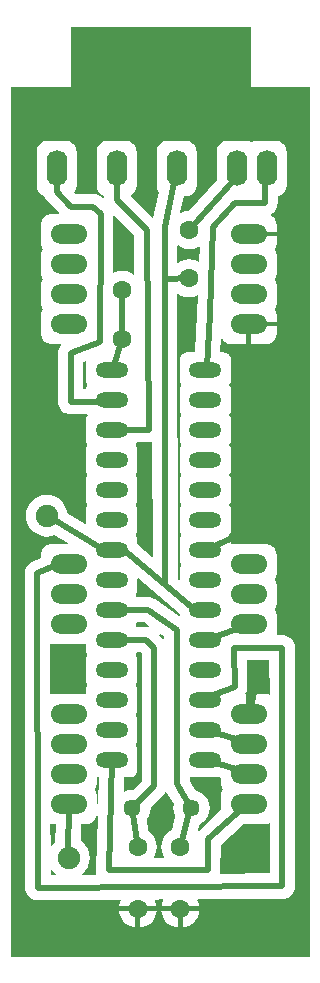
<source format=gbl>
%FSLAX33Y33*%
%MOMM*%
%AMRR-H1744980-W3048000-R872490-RO1.500*
21,1,1.30302,1.74498,0.,0.,90*
1,1,1.74498,-0.,-0.65151*
1,1,1.74498,-0.,0.65151*
1,1,1.74498,0.,0.65151*
1,1,1.74498,0.,-0.65151*%
%AMRR-H1350000-W2700000-R675000-RO0.000*
21,1,1.35,1.35,0.,0.,360*
1,1,1.35,-0.675,0.*
1,1,1.35,0.675,0.*
1,1,1.35,0.675,-0.*
1,1,1.35,-0.675,0.*%
%AMRR-H1744980-W3048000-R872490-RO1.000*
21,1,1.30302,1.74498,0.,0.,180*
1,1,1.74498,0.65151,-0.*
1,1,1.74498,-0.65151,-0.*
1,1,1.74498,-0.65151,0.*
1,1,1.74498,0.65151,0.*%
%AMRR-H1714500-W3048000-R857250-RO1.000*
21,1,1.3335,1.7145,0.,0.,180*
1,1,1.7145,0.66675,-0.*
1,1,1.7145,-0.66675,-0.*
1,1,1.7145,-0.66675,0.*
1,1,1.7145,0.66675,0.*%
%ADD10C,0.508*%
%ADD11C,1.905*%
%ADD12C,2.54*%
%ADD13C,1.349756*%
%ADD14C,1.6*%
%ADD15C,1.6*%
%ADD16RR-H1744980-W3048000-R872490-RO1.500*%
%ADD17RR-H1350000-W2700000-R675000-RO0.000*%
%ADD18C,1.45*%
%ADD19RR-H1744980-W3048000-R872490-RO1.000*%
%ADD20RR-H1714500-W3048000-R857250-RO1.000*%
D10*
%LNpour fill*%
G36*
G01*
X25325Y68580D02*
X20320Y68580D01*
X20320Y73660D01*
X5080Y73660D01*
X5080Y68580D01*
X0Y68580D01*
X0Y27358D01*
X1187Y27358D01*
X1193Y27422D01*
X1195Y27485D01*
X1201Y27515D01*
X1203Y27545D01*
X1220Y27606D01*
X1233Y27668D01*
X1244Y27696D01*
X1251Y27725D01*
X1278Y27783D01*
X1302Y27842D01*
X1317Y27868D01*
X1330Y27895D01*
X1367Y27947D01*
X1400Y28001D01*
X1420Y28024D01*
X1437Y28049D01*
X1482Y28094D01*
X1524Y28141D01*
X1548Y28160D01*
X1569Y28181D01*
X1621Y28218D01*
X1671Y28257D01*
X1698Y28271D01*
X1722Y28289D01*
X1780Y28316D01*
X1836Y28346D01*
X2584Y28669D01*
X2584Y28975D01*
X2595Y29111D01*
X2627Y29244D01*
X2680Y29371D01*
X2751Y29487D01*
X2840Y29591D01*
X2944Y29680D01*
X3061Y29752D01*
X3187Y29804D01*
X3320Y29836D01*
X3457Y29847D01*
X4813Y29847D01*
X4838Y29940D01*
X3704Y30622D01*
X3442Y30531D01*
X3048Y30486D01*
X2654Y30531D01*
X2279Y30662D01*
X1943Y30873D01*
X1663Y31153D01*
X1452Y31489D01*
X1321Y31864D01*
X1276Y32258D01*
X1321Y32652D01*
X1452Y33027D01*
X1663Y33363D01*
X1943Y33643D01*
X2279Y33854D01*
X2654Y33985D01*
X3048Y34030D01*
X3442Y33985D01*
X3817Y33854D01*
X4153Y33643D01*
X4433Y33363D01*
X4644Y33027D01*
X4775Y32652D01*
X4796Y32470D01*
X6313Y31558D01*
X6378Y31594D01*
X6378Y32722D01*
X6386Y32827D01*
X6411Y32930D01*
X6452Y33028D01*
X6507Y33118D01*
X6553Y33172D01*
X6507Y33226D01*
X6452Y33317D01*
X6411Y33415D01*
X6386Y33518D01*
X6378Y33623D01*
X6378Y35262D01*
X6386Y35367D01*
X6411Y35470D01*
X6452Y35568D01*
X6507Y35658D01*
X6553Y35712D01*
X6507Y35766D01*
X6452Y35857D01*
X6411Y35955D01*
X6386Y36058D01*
X6378Y36163D01*
X6378Y37802D01*
X6386Y37907D01*
X6411Y38010D01*
X6452Y38108D01*
X6507Y38198D01*
X6553Y38252D01*
X6507Y38306D01*
X6452Y38397D01*
X6411Y38495D01*
X6386Y38598D01*
X6378Y38703D01*
X6378Y40342D01*
X6386Y40447D01*
X6411Y40550D01*
X6452Y40648D01*
X6527Y40772D01*
X6491Y40837D01*
X5080Y40837D01*
X5080Y40837D01*
X4894Y40853D01*
X4713Y40902D01*
X4543Y40981D01*
X4390Y41088D01*
X4258Y41220D01*
X4151Y41373D01*
X4072Y41543D01*
X4023Y41724D01*
X4007Y41910D01*
X4007Y46025D01*
X4014Y46111D01*
X4021Y46198D01*
X4023Y46204D01*
X4023Y46211D01*
X4046Y46295D01*
X4067Y46379D01*
X4070Y46385D01*
X4072Y46392D01*
X4108Y46470D01*
X4144Y46550D01*
X4148Y46555D01*
X4151Y46561D01*
X4200Y46632D01*
X4268Y46731D01*
X4232Y46799D01*
X3442Y46799D01*
X3308Y46810D01*
X3177Y46841D01*
X3053Y46892D01*
X2938Y46963D01*
X2836Y47050D01*
X2748Y47152D01*
X2678Y47267D01*
X2626Y47391D01*
X2595Y47522D01*
X2584Y47656D01*
X2584Y49295D01*
X2595Y49429D01*
X2626Y49559D01*
X2678Y49684D01*
X2714Y49743D01*
X2680Y49800D01*
X2627Y49927D01*
X2595Y50060D01*
X2584Y50196D01*
X2584Y51835D01*
X2595Y51971D01*
X2627Y52104D01*
X2680Y52231D01*
X2713Y52285D01*
X2680Y52340D01*
X2627Y52467D01*
X2595Y52600D01*
X2584Y52736D01*
X2584Y54375D01*
X2595Y54511D01*
X2627Y54644D01*
X2680Y54771D01*
X2713Y54825D01*
X2680Y54880D01*
X2627Y55007D01*
X2595Y55140D01*
X2584Y55276D01*
X2584Y56915D01*
X2595Y57051D01*
X2627Y57184D01*
X2680Y57311D01*
X2751Y57427D01*
X2840Y57531D01*
X2944Y57620D01*
X3061Y57692D01*
X3187Y57744D01*
X3320Y57776D01*
X3457Y57787D01*
X4084Y57787D01*
X4117Y57865D01*
X3127Y58855D01*
X3097Y58891D01*
X3064Y58924D01*
X3037Y58962D01*
X3007Y58998D01*
X2984Y59039D01*
X2957Y59077D01*
X2937Y59120D01*
X2914Y59160D01*
X2898Y59204D01*
X2878Y59247D01*
X2866Y59292D01*
X2851Y59333D01*
X2797Y59345D01*
X2671Y59398D01*
X2554Y59469D01*
X2450Y59558D01*
X2361Y59662D01*
X2290Y59779D01*
X2237Y59906D01*
X2205Y60039D01*
X2195Y60175D01*
X2195Y63116D01*
X2205Y63253D01*
X2237Y63386D01*
X2290Y63513D01*
X2361Y63629D01*
X2450Y63733D01*
X2554Y63822D01*
X2671Y63894D01*
X2797Y63946D01*
X2931Y63978D01*
X3067Y63989D01*
X4705Y63989D01*
X4842Y63978D01*
X4975Y63946D01*
X5101Y63894D01*
X5218Y63822D01*
X5322Y63733D01*
X5411Y63629D01*
X5483Y63513D01*
X5535Y63386D01*
X5567Y63253D01*
X5578Y63116D01*
X5578Y60175D01*
X5567Y60039D01*
X5535Y59906D01*
X5483Y59779D01*
X5390Y59628D01*
X5525Y59493D01*
X7010Y59493D01*
X7057Y59489D01*
X7104Y59489D01*
X7150Y59481D01*
X7197Y59477D01*
X7242Y59465D01*
X7288Y59457D01*
X7332Y59441D01*
X7377Y59428D01*
X7420Y59409D01*
X7464Y59393D01*
X7505Y59369D01*
X7547Y59349D01*
X7585Y59323D01*
X7626Y59299D01*
X7662Y59269D01*
X7700Y59242D01*
X7733Y59209D01*
X7769Y59179D01*
X7815Y59133D01*
X7893Y59166D01*
X7893Y59339D01*
X7751Y59398D01*
X7634Y59469D01*
X7530Y59558D01*
X7441Y59662D01*
X7370Y59779D01*
X7317Y59906D01*
X7285Y60039D01*
X7275Y60175D01*
X7275Y63116D01*
X7285Y63253D01*
X7317Y63386D01*
X7370Y63513D01*
X7441Y63629D01*
X7530Y63733D01*
X7634Y63822D01*
X7751Y63894D01*
X7877Y63946D01*
X8011Y63978D01*
X8147Y63989D01*
X9785Y63989D01*
X9922Y63978D01*
X10055Y63946D01*
X10181Y63894D01*
X10298Y63822D01*
X10402Y63733D01*
X10491Y63629D01*
X10563Y63513D01*
X10615Y63386D01*
X10647Y63253D01*
X10658Y63116D01*
X10658Y60175D01*
X10647Y60039D01*
X10615Y59906D01*
X10563Y59779D01*
X10491Y59662D01*
X10402Y59558D01*
X10298Y59469D01*
X10115Y59357D01*
X12016Y57456D01*
X12089Y57478D01*
X12535Y59639D01*
X12450Y59779D01*
X12397Y59906D01*
X12365Y60039D01*
X12355Y60175D01*
X12355Y63116D01*
X12365Y63253D01*
X12397Y63386D01*
X12450Y63513D01*
X12521Y63629D01*
X12610Y63733D01*
X12714Y63822D01*
X12831Y63894D01*
X12957Y63946D01*
X13091Y63978D01*
X13227Y63989D01*
X14865Y63989D01*
X15002Y63978D01*
X15135Y63946D01*
X15261Y63894D01*
X15378Y63822D01*
X15482Y63733D01*
X15571Y63629D01*
X15643Y63513D01*
X15695Y63386D01*
X15727Y63253D01*
X15738Y63116D01*
X15738Y60175D01*
X15727Y60039D01*
X15695Y59906D01*
X15643Y59779D01*
X15571Y59662D01*
X15482Y59558D01*
X15378Y59469D01*
X15261Y59398D01*
X15135Y59345D01*
X15002Y59313D01*
X14865Y59303D01*
X14658Y59303D01*
X14380Y57960D01*
X14436Y57912D01*
X14765Y58027D01*
X15078Y58062D01*
X17435Y60663D01*
X17435Y63116D01*
X17445Y63253D01*
X17477Y63386D01*
X17530Y63513D01*
X17601Y63629D01*
X17690Y63733D01*
X17794Y63822D01*
X17911Y63894D01*
X18037Y63946D01*
X18171Y63978D01*
X18307Y63989D01*
X19945Y63989D01*
X20082Y63978D01*
X20215Y63946D01*
X20341Y63894D01*
X20396Y63860D01*
X20451Y63894D01*
X20577Y63946D01*
X20711Y63978D01*
X20847Y63989D01*
X22485Y63989D01*
X22622Y63978D01*
X22755Y63946D01*
X22881Y63894D01*
X22998Y63822D01*
X23102Y63733D01*
X23191Y63629D01*
X23263Y63513D01*
X23315Y63386D01*
X23347Y63253D01*
X23358Y63116D01*
X23358Y60175D01*
X23347Y60039D01*
X23315Y59906D01*
X23263Y59779D01*
X23191Y59662D01*
X23102Y59558D01*
X22998Y59469D01*
X22881Y59398D01*
X22755Y59345D01*
X22596Y59307D01*
X22596Y58713D01*
X22596Y58713D01*
X22580Y58527D01*
X22531Y58346D01*
X22452Y58176D01*
X22345Y58023D01*
X22212Y57891D01*
X21978Y57727D01*
X22151Y57620D01*
X22255Y57531D01*
X22344Y57427D01*
X22416Y57311D01*
X22468Y57184D01*
X22500Y57051D01*
X22511Y56915D01*
X22511Y56295D01*
X19963Y56295D01*
X19963Y55895D01*
X22511Y55895D01*
X22511Y55276D01*
X22500Y55140D01*
X22468Y55007D01*
X22416Y54880D01*
X22382Y54825D01*
X22416Y54771D01*
X22468Y54644D01*
X22500Y54511D01*
X22511Y54375D01*
X22511Y52736D01*
X22500Y52600D01*
X22468Y52467D01*
X22416Y52340D01*
X22381Y52283D01*
X22417Y52224D01*
X22469Y52099D01*
X22500Y51969D01*
X22511Y51835D01*
X22511Y50196D01*
X22500Y50062D01*
X22469Y49931D01*
X22417Y49807D01*
X22381Y49748D01*
X22416Y49691D01*
X22468Y49564D01*
X22500Y49431D01*
X22511Y49295D01*
X22511Y48675D01*
X20368Y48675D01*
X20368Y48680D01*
X19968Y48680D01*
X19968Y48675D01*
X19963Y48675D01*
X19963Y48275D01*
X19968Y48275D01*
X19968Y46784D01*
X18697Y46784D01*
X18560Y46795D01*
X18427Y46826D01*
X18301Y46879D01*
X18184Y46950D01*
X18080Y47039D01*
X17991Y47143D01*
X17916Y47266D01*
X17826Y47244D01*
X17747Y46097D01*
X17979Y46097D01*
X18084Y46088D01*
X18187Y46064D01*
X18285Y46023D01*
X18376Y45968D01*
X18456Y45899D01*
X18525Y45818D01*
X18580Y45728D01*
X18621Y45630D01*
X18645Y45527D01*
X18654Y45422D01*
X18654Y43783D01*
X18645Y43678D01*
X18621Y43575D01*
X18580Y43477D01*
X18525Y43386D01*
X18479Y43332D01*
X18525Y43278D01*
X18580Y43188D01*
X18621Y43090D01*
X18645Y42987D01*
X18654Y42882D01*
X18654Y41243D01*
X18645Y41138D01*
X18621Y41035D01*
X18580Y40937D01*
X18525Y40846D01*
X18479Y40792D01*
X18525Y40738D01*
X18580Y40648D01*
X18621Y40550D01*
X18645Y40447D01*
X18654Y40342D01*
X18654Y38703D01*
X18645Y38598D01*
X18621Y38495D01*
X18580Y38397D01*
X18525Y38306D01*
X18479Y38252D01*
X18525Y38198D01*
X18580Y38108D01*
X18621Y38010D01*
X18645Y37907D01*
X18654Y37802D01*
X18654Y36163D01*
X18645Y36058D01*
X18621Y35955D01*
X18580Y35857D01*
X18525Y35766D01*
X18479Y35712D01*
X18525Y35658D01*
X18580Y35568D01*
X18621Y35470D01*
X18645Y35367D01*
X18654Y35262D01*
X18654Y33623D01*
X18645Y33518D01*
X18621Y33415D01*
X18580Y33317D01*
X18525Y33226D01*
X18479Y33172D01*
X18525Y33118D01*
X18580Y33028D01*
X18621Y32930D01*
X18645Y32827D01*
X18654Y32722D01*
X18654Y31083D01*
X18645Y30978D01*
X18621Y30875D01*
X18580Y30777D01*
X18525Y30686D01*
X18479Y30632D01*
X18525Y30578D01*
X18580Y30488D01*
X18621Y30390D01*
X18645Y30287D01*
X18654Y30182D01*
X18654Y29847D01*
X21638Y29847D01*
X21775Y29836D01*
X21908Y29804D01*
X22034Y29752D01*
X22151Y29680D01*
X22255Y29591D01*
X22344Y29487D01*
X22416Y29371D01*
X22468Y29244D01*
X22500Y29111D01*
X22511Y28975D01*
X22511Y27336D01*
X22500Y27200D01*
X22468Y27067D01*
X22416Y26940D01*
X22382Y26885D01*
X22416Y26831D01*
X22468Y26704D01*
X22500Y26571D01*
X22511Y26435D01*
X22511Y24796D01*
X22500Y24660D01*
X22468Y24527D01*
X22416Y24400D01*
X22382Y24345D01*
X22416Y24291D01*
X22468Y24164D01*
X22500Y24031D01*
X22511Y23895D01*
X22511Y22256D01*
X22503Y22155D01*
X22911Y22155D01*
X22948Y22152D01*
X22986Y22155D01*
X23172Y22139D01*
X23353Y22091D01*
X23522Y22012D01*
X23676Y21905D01*
X23808Y21773D01*
X23916Y21620D01*
X23995Y21450D01*
X24044Y21270D01*
X24060Y21083D01*
X24086Y0890D01*
X24078Y0800D01*
X24070Y0709D01*
X24070Y0707D01*
X24069Y0704D01*
X24046Y0616D01*
X24023Y0528D01*
X24022Y0526D01*
X24021Y0523D01*
X23983Y0441D01*
X23945Y0358D01*
X23944Y0356D01*
X23942Y0354D01*
X23890Y0279D01*
X23839Y0204D01*
X23837Y0202D01*
X23835Y0200D01*
X23771Y0136D01*
X23707Y0071D01*
X23705Y0070D01*
X23703Y0068D01*
X23629Y0016D01*
X23555Y-0037D01*
X23552Y-0038D01*
X23550Y-0040D01*
X23468Y-0078D01*
X23386Y-0117D01*
X23383Y-0118D01*
X23381Y-0119D01*
X23293Y-0143D01*
X23205Y-0167D01*
X23203Y-0167D01*
X23200Y-0168D01*
X23109Y-0176D01*
X23019Y-0184D01*
X19980Y-0203D01*
X19980Y-0203D01*
X15836Y-0228D01*
X15800Y-0294D01*
X15824Y-0333D01*
X15944Y-0675D01*
X15962Y-0836D01*
X14566Y-0836D01*
X14566Y-0831D01*
X14166Y-0831D01*
X14166Y-0836D01*
X12769Y-0836D01*
X12787Y-0675D01*
X12937Y-0246D01*
X12200Y-0251D01*
X12348Y-0675D01*
X12366Y-0836D01*
X10970Y-0836D01*
X10970Y-0831D01*
X10570Y-0831D01*
X10570Y-0836D01*
X9173Y-0836D01*
X9191Y-0675D01*
X9333Y-0269D01*
X2445Y-0311D01*
X2376Y-0306D01*
X2313Y-0311D01*
X2127Y-0295D01*
X1946Y-0247D01*
X1777Y-0168D01*
X1623Y-0061D01*
X1491Y0071D01*
X1383Y0224D01*
X1304Y0393D01*
X1255Y0574D01*
X1238Y0760D01*
X1187Y27358D01*
X0Y27358D01*
X0Y-5080D01*
X10570Y-5080D01*
X10570Y-2632D01*
X10409Y-2614D01*
X10067Y-2494D01*
X9760Y-2302D01*
X9504Y-2045D01*
X9311Y-1738D01*
X9191Y-1396D01*
X9173Y-1236D01*
X10570Y-1236D01*
X10570Y-2632D01*
X10570Y-5080D01*
X10970Y-5080D01*
X10970Y-2632D01*
X10970Y-1236D01*
X12366Y-1236D01*
X12348Y-1396D01*
X12228Y-1738D01*
X12036Y-2045D01*
X11779Y-2302D01*
X11472Y-2494D01*
X11130Y-2614D01*
X10970Y-2632D01*
X10970Y-5080D01*
X14166Y-5080D01*
X14166Y-2632D01*
X14005Y-2614D01*
X13663Y-2494D01*
X13356Y-2302D01*
X13100Y-2045D01*
X12907Y-1738D01*
X12787Y-1396D01*
X12769Y-1236D01*
X14166Y-1236D01*
X14166Y-2632D01*
X14166Y-5080D01*
X14566Y-5080D01*
X14566Y-2632D01*
X14566Y-1236D01*
X15962Y-1236D01*
X15944Y-1396D01*
X15824Y-1738D01*
X15632Y-2045D01*
X15375Y-2302D01*
X15068Y-2494D01*
X14726Y-2614D01*
X14566Y-2632D01*
X14566Y-5080D01*
X25325Y-5080D01*
X25325Y48275D01*
X22511Y48275D01*
X22511Y47656D01*
X22500Y47520D01*
X22468Y47387D01*
X22416Y47260D01*
X22344Y47143D01*
X22255Y47039D01*
X22151Y46950D01*
X22034Y46879D01*
X21908Y46826D01*
X21775Y46795D01*
X21638Y46784D01*
X20368Y46784D01*
X20368Y48275D01*
X22511Y48275D01*
X25325Y48275D01*
X10470Y52694D02*
X10436Y56000D01*
X8772Y57665D01*
X8693Y57633D01*
X8693Y56337D01*
X8691Y56316D01*
X8671Y52777D01*
X9102Y52928D01*
X9462Y52969D01*
X9823Y52928D01*
X10165Y52808D01*
X10404Y52658D01*
X14422Y53802D02*
X14765Y53921D01*
X15125Y53962D01*
X15485Y53921D01*
X15828Y53802D01*
X15891Y53762D01*
X15956Y53796D01*
X15993Y55014D01*
X15927Y55052D01*
X15828Y54989D01*
X15485Y54870D01*
X15125Y54829D01*
X14765Y54870D01*
X14422Y54989D01*
X14173Y55146D01*
X14107Y55110D01*
X14111Y53683D01*
X14177Y53647D01*
X14315Y26869D02*
X14315Y27642D01*
X14324Y27747D01*
X14348Y27850D01*
X14389Y27948D01*
X14444Y28038D01*
X14491Y28092D01*
X14444Y28146D01*
X14389Y28237D01*
X14348Y28335D01*
X14324Y28438D01*
X14315Y28543D01*
X14315Y30182D01*
X14324Y30287D01*
X14348Y30390D01*
X14389Y30488D01*
X14444Y30578D01*
X14491Y30632D01*
X14444Y30686D01*
X14389Y30777D01*
X14348Y30875D01*
X14324Y30978D01*
X14315Y31083D01*
X14315Y32722D01*
X14324Y32827D01*
X14348Y32930D01*
X14389Y33028D01*
X14444Y33118D01*
X14491Y33172D01*
X14444Y33226D01*
X14389Y33317D01*
X14348Y33415D01*
X14324Y33518D01*
X14315Y33623D01*
X14315Y35262D01*
X14324Y35367D01*
X14348Y35470D01*
X14389Y35568D01*
X14444Y35658D01*
X14491Y35712D01*
X14444Y35766D01*
X14389Y35857D01*
X14348Y35955D01*
X14324Y36058D01*
X14315Y36163D01*
X14315Y37802D01*
X14324Y37907D01*
X14348Y38010D01*
X14389Y38108D01*
X14444Y38198D01*
X14491Y38252D01*
X14444Y38306D01*
X14389Y38397D01*
X14348Y38495D01*
X14324Y38598D01*
X14315Y38703D01*
X14315Y40342D01*
X14324Y40447D01*
X14348Y40550D01*
X14389Y40648D01*
X14444Y40738D01*
X14491Y40792D01*
X14444Y40846D01*
X14389Y40937D01*
X14348Y41035D01*
X14324Y41138D01*
X14315Y41243D01*
X14315Y42882D01*
X14324Y42987D01*
X14348Y43090D01*
X14389Y43188D01*
X14444Y43278D01*
X14491Y43332D01*
X14444Y43386D01*
X14389Y43477D01*
X14348Y43575D01*
X14324Y43678D01*
X14315Y43783D01*
X14315Y45422D01*
X14324Y45527D01*
X14348Y45630D01*
X14389Y45728D01*
X14444Y45818D01*
X14513Y45899D01*
X14594Y45968D01*
X14684Y46023D01*
X14782Y46064D01*
X14885Y46088D01*
X14990Y46097D01*
X15596Y46097D01*
X15819Y49350D01*
X15867Y50898D01*
X15485Y50764D01*
X15125Y50724D01*
X14765Y50764D01*
X14422Y50884D01*
X14183Y51034D01*
X14118Y50998D01*
X14179Y26888D01*
X14242Y26834D01*
X6411Y43090D02*
X6452Y43188D01*
X6507Y43278D01*
X6553Y43332D01*
X6507Y43386D01*
X6452Y43477D01*
X6411Y43575D01*
X6386Y43678D01*
X6378Y43783D01*
X6378Y45369D01*
X6153Y45283D01*
X6153Y42983D01*
X6385Y42983D01*
X12027Y28806D02*
X12003Y38503D01*
X11875Y38468D01*
X11869Y38467D01*
X11864Y38466D01*
X11776Y38458D01*
X11689Y38449D01*
X11683Y38450D01*
X11678Y38449D01*
X10664Y38449D01*
X10643Y38397D01*
X10587Y38306D01*
X10541Y38252D01*
X10587Y38198D01*
X10643Y38108D01*
X10683Y38010D01*
X10708Y37907D01*
X10716Y37802D01*
X10716Y36163D01*
X10708Y36058D01*
X10683Y35955D01*
X10643Y35857D01*
X10587Y35766D01*
X10541Y35712D01*
X10587Y35658D01*
X10643Y35568D01*
X10683Y35470D01*
X10708Y35367D01*
X10716Y35262D01*
X10716Y33623D01*
X10708Y33518D01*
X10683Y33415D01*
X10643Y33317D01*
X10587Y33226D01*
X10541Y33172D01*
X10587Y33118D01*
X10643Y33028D01*
X10683Y32930D01*
X10708Y32827D01*
X10716Y32722D01*
X10716Y31083D01*
X10708Y30978D01*
X10683Y30875D01*
X10643Y30777D01*
X10587Y30686D01*
X10541Y30632D01*
X10587Y30578D01*
X10643Y30488D01*
X10683Y30390D01*
X10708Y30287D01*
X10716Y30182D01*
X10716Y29819D01*
X11954Y28771D01*
X14315Y23809D02*
X14315Y23960D01*
X10790Y26945D01*
X10716Y26911D01*
X10716Y26003D01*
X10708Y25898D01*
X10683Y25795D01*
X10643Y25697D01*
X10587Y25606D01*
X10541Y25552D01*
X10587Y25498D01*
X10643Y25408D01*
X10664Y25356D01*
X11619Y25356D01*
X11661Y25352D01*
X11704Y25352D01*
X11754Y25344D01*
X11805Y25339D01*
X11846Y25328D01*
X11889Y25321D01*
X11937Y25304D01*
X11986Y25291D01*
X12025Y25273D01*
X12065Y25258D01*
X12109Y25233D01*
X12155Y25212D01*
X12190Y25187D01*
X12228Y25166D01*
X14248Y23774D01*
X11751Y22888D02*
X11285Y23209D01*
X10664Y23209D01*
X10643Y23157D01*
X10587Y23066D01*
X10541Y23012D01*
X10587Y22958D01*
X10643Y22868D01*
X10664Y22816D01*
X11492Y22816D01*
X11538Y22811D01*
X11585Y22811D01*
X11631Y22803D01*
X11718Y22796D01*
X12998Y21864D02*
X12998Y22028D01*
X12640Y22275D01*
X12566Y22186D01*
X12920Y21832D01*
X3457Y17147D02*
X6378Y17147D01*
X6378Y17482D01*
X6386Y17587D01*
X6411Y17690D01*
X6452Y17788D01*
X6507Y17878D01*
X6553Y17932D01*
X6507Y17986D01*
X6452Y18077D01*
X6411Y18175D01*
X6386Y18278D01*
X6378Y18383D01*
X6378Y20022D01*
X6386Y20127D01*
X6411Y20230D01*
X6452Y20328D01*
X6507Y20418D01*
X6553Y20472D01*
X6507Y20526D01*
X6452Y20617D01*
X6411Y20715D01*
X6386Y20818D01*
X6378Y20923D01*
X6378Y21384D01*
X3457Y21384D01*
X3345Y21393D01*
X3353Y17139D01*
X9958Y9008D02*
X10302Y9047D01*
X10325Y9044D01*
X11093Y9812D01*
X11093Y20623D01*
X11047Y20669D01*
X10664Y20669D01*
X10643Y20617D01*
X10587Y20526D01*
X10541Y20472D01*
X10587Y20418D01*
X10643Y20328D01*
X10683Y20230D01*
X10708Y20127D01*
X10716Y20022D01*
X10716Y18383D01*
X10708Y18278D01*
X10683Y18175D01*
X10643Y18077D01*
X10587Y17986D01*
X10541Y17932D01*
X10587Y17878D01*
X10643Y17788D01*
X10683Y17690D01*
X10708Y17587D01*
X10716Y17482D01*
X10716Y15843D01*
X10708Y15738D01*
X10683Y15635D01*
X10643Y15537D01*
X10587Y15446D01*
X10541Y15392D01*
X10587Y15338D01*
X10643Y15248D01*
X10683Y15150D01*
X10708Y15047D01*
X10716Y14942D01*
X10716Y13303D01*
X10708Y13198D01*
X10683Y13095D01*
X10643Y12997D01*
X10587Y12906D01*
X10541Y12852D01*
X10587Y12798D01*
X10643Y12708D01*
X10683Y12610D01*
X10708Y12507D01*
X10716Y12402D01*
X10716Y10763D01*
X10708Y10658D01*
X10683Y10555D01*
X10643Y10457D01*
X10587Y10366D01*
X10519Y10286D01*
X10438Y10217D01*
X10348Y10162D01*
X10250Y10121D01*
X10147Y10097D01*
X10041Y10088D01*
X9609Y10088D01*
X9574Y8873D01*
X20368Y17147D02*
X21638Y17147D01*
X21775Y17136D01*
X21919Y17102D01*
X21915Y20009D01*
X20030Y20009D01*
X20047Y17788D01*
X20040Y17707D01*
X20036Y17625D01*
X20033Y17614D01*
X20032Y17602D01*
X20011Y17523D01*
X19993Y17443D01*
X19988Y17432D01*
X19985Y17421D01*
X19951Y17346D01*
X19919Y17271D01*
X19912Y17261D01*
X19907Y17251D01*
X19883Y17215D01*
X19918Y17147D01*
X19968Y17147D01*
X19968Y15251D01*
X20368Y15251D01*
X16012Y5641D02*
X17824Y7309D01*
X17824Y8655D01*
X17835Y8791D01*
X17867Y8924D01*
X17920Y9051D01*
X17953Y9105D01*
X17920Y9160D01*
X17867Y9287D01*
X17835Y9420D01*
X17824Y9556D01*
X17824Y10048D01*
X17697Y10088D01*
X15145Y10088D01*
X15145Y9799D01*
X15630Y9013D01*
X15972Y8894D01*
X16264Y8710D01*
X16509Y8465D01*
X16693Y8172D01*
X16807Y7846D01*
X16846Y7502D01*
X16807Y7159D01*
X16693Y6832D01*
X16509Y6540D01*
X16264Y6295D01*
X15998Y6128D01*
X15869Y5627D01*
X15956Y5580D01*
X7462Y10088D02*
X7271Y10088D01*
X7271Y9556D01*
X7260Y9420D01*
X7228Y9287D01*
X7176Y9160D01*
X7142Y9105D01*
X7176Y9051D01*
X7228Y8924D01*
X7260Y8791D01*
X7271Y8655D01*
X7271Y7831D01*
X7396Y7829D01*
X13009Y3349D02*
X12907Y3512D01*
X12787Y3854D01*
X12746Y4214D01*
X12787Y4575D01*
X12907Y4917D01*
X13100Y5224D01*
X13356Y5480D01*
X13665Y5674D01*
X13948Y6773D01*
X13910Y6832D01*
X13796Y7159D01*
X13757Y7502D01*
X13796Y7846D01*
X13808Y7879D01*
X13191Y8877D01*
X13116Y8873D01*
X13096Y8831D01*
X13069Y8792D01*
X13046Y8752D01*
X13016Y8716D01*
X12989Y8678D01*
X12956Y8644D01*
X12925Y8609D01*
X11843Y7526D01*
X11846Y7502D01*
X11807Y7159D01*
X11693Y6832D01*
X11520Y6558D01*
X11663Y5553D01*
X11779Y5480D01*
X12036Y5224D01*
X12228Y4917D01*
X12348Y4575D01*
X12389Y4214D01*
X12348Y3854D01*
X12228Y3512D01*
X12126Y3349D01*
X12162Y3283D01*
X12973Y3283D01*
X7289Y1865D02*
X7269Y1948D01*
X7249Y2023D01*
X7248Y2039D01*
X7244Y2054D01*
X7239Y2132D01*
X7233Y2210D01*
X7234Y2225D01*
X7233Y2241D01*
X7367Y6838D01*
X7253Y6853D01*
X7228Y6747D01*
X7176Y6620D01*
X7104Y6503D01*
X7015Y6399D01*
X6911Y6310D01*
X6794Y6239D01*
X6668Y6186D01*
X6535Y6155D01*
X6398Y6144D01*
X5961Y6144D01*
X5928Y4753D01*
X6032Y4687D01*
X6313Y4407D01*
X6524Y4071D01*
X6655Y3696D01*
X6699Y3302D01*
X6655Y2908D01*
X6524Y2533D01*
X6313Y2197D01*
X6052Y1936D01*
X6084Y1858D01*
X21938Y1956D02*
X21933Y6192D01*
X21775Y6155D01*
X21638Y6144D01*
X19728Y6144D01*
X17803Y4372D01*
X17761Y2189D01*
X17733Y1930D01*
X3542Y4407D02*
X3778Y4642D01*
X3814Y6144D01*
X3457Y6144D01*
X3374Y6150D01*
X3378Y4317D01*
X3470Y4291D01*
X3786Y1843D02*
X3818Y1922D01*
X3542Y2197D01*
X3474Y2307D01*
X3382Y2280D01*
X3382Y1841D01*
G37*
%LNbottom copper_traces*%
X5080Y41910D02*
X8890Y41910D01*
X13030Y56731D02*
X13106Y26488D01*
X8579Y21742D02*
X11492Y21742D01*
X12167Y21067D02*
X12167Y9367D01*
X8966Y61646D02*
X8966Y58988D01*
X2311Y0762D02*
X2261Y27360D01*
X18983Y58713D02*
X21523Y58713D01*
X16688Y2210D02*
X16739Y4851D01*
X3886Y61646D02*
X3886Y59614D01*
X16516Y11582D02*
X20168Y10439D01*
X7563Y46965D02*
X5080Y46025D01*
X2438Y0762D02*
X23012Y0889D01*
X14072Y9494D02*
X15302Y7502D01*
X8579Y11582D02*
X8306Y2210D01*
X22911Y21082D02*
X19050Y21082D01*
X14366Y4089D02*
X15215Y7391D01*
X18974Y17780D02*
X16485Y16789D01*
X23012Y0889D02*
X22987Y21082D01*
X3886Y59614D02*
X5080Y58420D01*
X16739Y4851D02*
X19914Y7772D01*
X12167Y9367D02*
X10302Y7502D01*
X11678Y39522D02*
X8890Y39522D01*
X16516Y14122D02*
X20168Y12979D01*
X9595Y29362D02*
X15596Y24282D01*
X2261Y27360D02*
X4547Y28346D01*
X9462Y51603D02*
X9462Y47244D01*
X5080Y58420D02*
X7010Y58420D01*
X9462Y47244D02*
X8636Y44704D01*
X20980Y18669D02*
X20168Y15469D01*
X11506Y56337D02*
X11678Y39522D01*
X7010Y58420D02*
X7620Y57810D01*
X10302Y7502D02*
X10770Y4216D01*
X7620Y57810D02*
X7620Y56337D01*
X11492Y21742D02*
X12167Y21067D01*
X7563Y46965D02*
X7620Y56642D01*
X14072Y22591D02*
X14072Y9494D01*
X17120Y56731D02*
X18983Y58713D01*
X16891Y49297D02*
X17120Y56731D01*
X18983Y60773D02*
X15240Y56642D01*
X3150Y32207D02*
X7883Y29362D01*
X8306Y2210D02*
X16561Y2210D01*
X8598Y44602D02*
X8636Y44704D01*
X13030Y56731D02*
X14046Y61646D01*
X8484Y42062D02*
X8738Y42062D01*
X18948Y21082D02*
X18974Y17780D01*
X8966Y58988D02*
X11506Y56448D01*
X15125Y52343D02*
X13208Y52324D01*
X16485Y21742D02*
X20168Y23012D01*
X16535Y29362D02*
X19685Y30773D01*
X8579Y24282D02*
X11619Y24282D01*
X5080Y41910D02*
X5080Y46025D01*
X16891Y49297D02*
X16586Y44856D01*
X11619Y24282D02*
X14072Y22591D01*
X21523Y58713D02*
X21523Y61646D01*
X4928Y7835D02*
X4826Y3556D01*
X19685Y30773D02*
X22606Y30734D01*
D11*
X23622Y30773D03*
D12*
X10160Y69215D03*
D11*
X4928Y3302D03*
D13*
X7883Y26822D03*
X7883Y29362D03*
D12*
X15231Y69215D03*
D11*
X3048Y32258D03*
X20980Y18669D03*
%LNbottom copper component 3cb8959678233c1b*%
D14*
X14366Y-1036D03*
X14366Y4214D03*
%LNbottom copper component 824f435eb96077e0*%
D15*
X15125Y52343D03*
X9462Y47244D03*
%LNbottom copper component 88b3df5dd39fbf3c*%
D16*
X19126Y61646D03*
X3886Y61646D03*
X21666Y61646D03*
X8966Y61646D03*
X14046Y61646D03*
X16586Y61646D03*
X11506Y61646D03*
X6426Y61646D03*
%LNbottom copper component 81296bd5f93fcded*%
D17*
X8547Y44602D03*
X8547Y42062D03*
X8547Y39522D03*
X8547Y36982D03*
X8547Y34442D03*
X8547Y31902D03*
X8547Y29362D03*
X8547Y26822D03*
X8547Y24282D03*
X8547Y21742D03*
X8547Y19202D03*
X8547Y16662D03*
X8547Y14122D03*
X8547Y11582D03*
X16485Y11582D03*
X16485Y14122D03*
X16485Y16662D03*
X16485Y19202D03*
X16485Y21742D03*
X16485Y24282D03*
X16485Y26822D03*
X16485Y29362D03*
X16485Y31902D03*
X16485Y34442D03*
X16485Y36982D03*
X16485Y39522D03*
X16485Y42062D03*
X16485Y44602D03*
%LNbottom copper component b3a48d7d43e52f89*%
D18*
X15302Y7502D03*
X10302Y7502D03*
%LNbottom copper component 60de64ed69294721*%
D19*
X20168Y7835D03*
X20168Y10375D03*
X20168Y12915D03*
X20168Y15455D03*
X20168Y23075D03*
X20168Y48475D03*
X20168Y53555D03*
X20168Y56095D03*
X4928Y7835D03*
X4928Y10375D03*
X4928Y12915D03*
X4928Y28155D03*
X4928Y51015D03*
X4928Y53555D03*
X4928Y56095D03*
X20168Y25615D03*
X4928Y25615D03*
X4928Y23075D03*
X4928Y15455D03*
X20168Y28155D03*
D20*
X20168Y51015D03*
X4928Y48475D03*
%LNbottom copper component 93e284b16ed1c30b*%
D15*
X15125Y56448D03*
X9462Y51349D03*
%LNbottom copper component 46b559c0f7b6c974*%
D14*
X10770Y-1036D03*
X10770Y4214D03*
M02*
</source>
